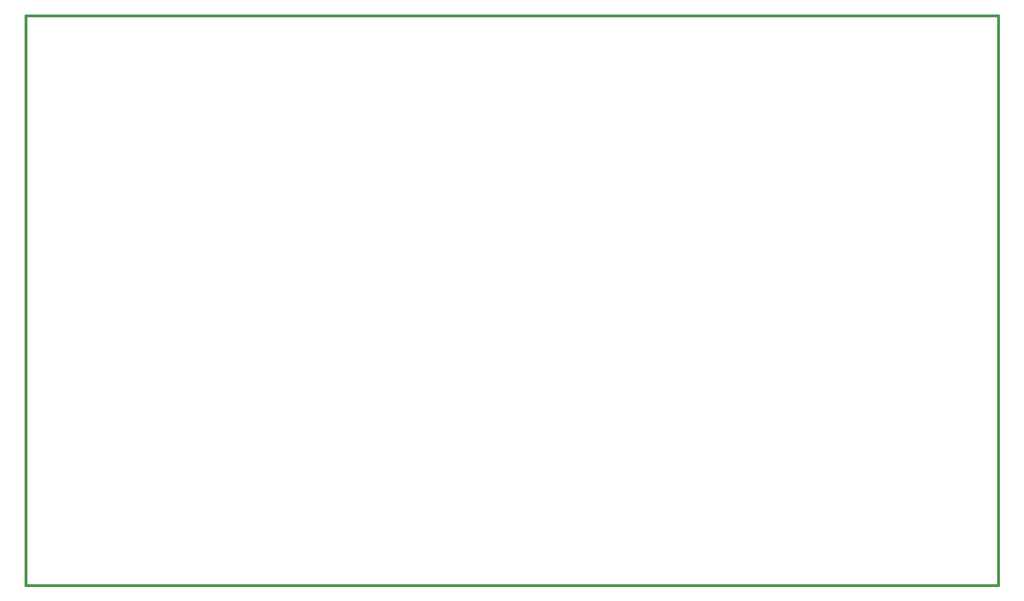
<source format=gbr>
G04 (created by PCBNEW-RS274X (2011-07-19)-testing) date Fri 05 Aug 2011 12:19:43 PM PDT*
G01*
G70*
G90*
%MOIN*%
G04 Gerber Fmt 3.4, Leading zero omitted, Abs format*
%FSLAX34Y34*%
G04 APERTURE LIST*
%ADD10C,0.006000*%
%ADD11C,0.015000*%
G04 APERTURE END LIST*
G54D10*
G54D11*
X30500Y-47000D02*
X88500Y-47000D01*
X88500Y-13000D02*
X88500Y-47000D01*
X30500Y-13000D02*
X88500Y-13000D01*
X30500Y-13000D02*
X30500Y-47000D01*
M02*

</source>
